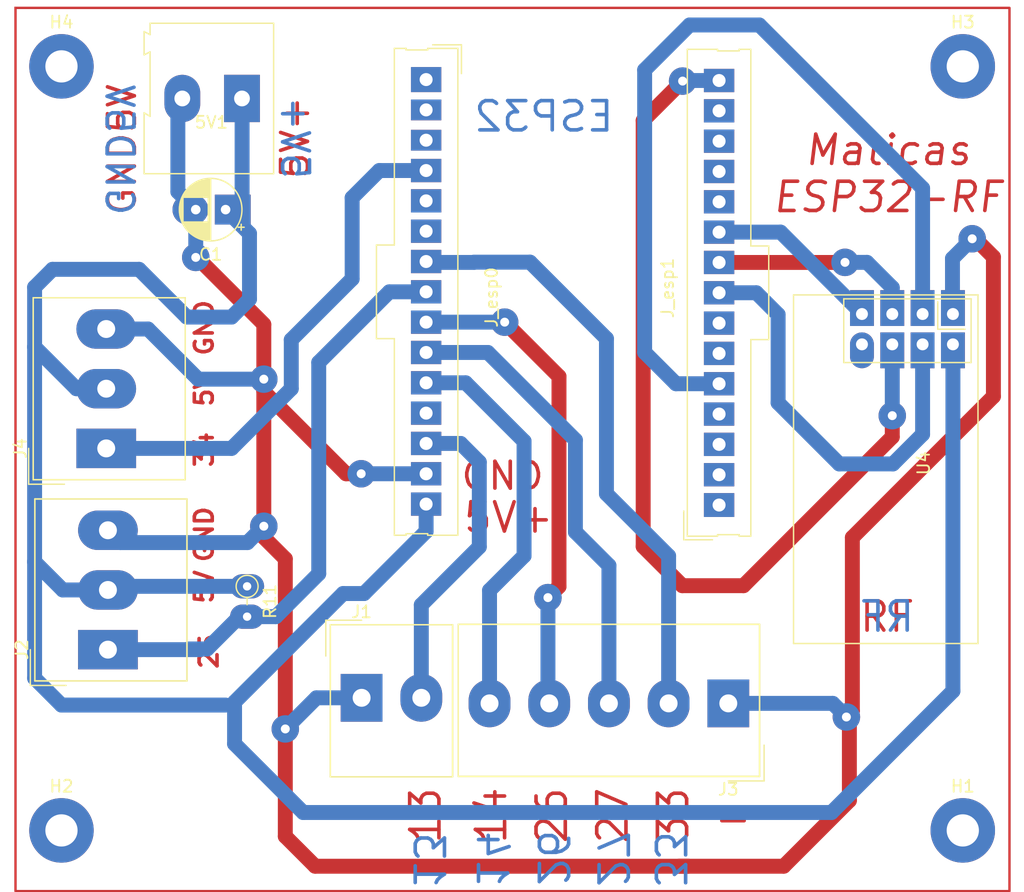
<source format=kicad_pcb>
(kicad_pcb (version 20211014) (generator pcbnew)
  (layers (0 "F.Cu" signal) (31 "B.Cu" signal) (34 "B.Paste" user) (35 "F.Paste" user) (36 "B.SilkS" user "B.Silkscreen") (37 "F.SilkS" user "F.Silkscreen") (38 "B.Mask" user) (39 "F.Mask" user) (44 "Edge.Cuts" user))
  (net 0 "")
  (net 1 "EN")
  (net 2 "VP")
  (net 3 "VN")
  (net 4 "D34")
  (net 5 "D35")
  (net 6 "D32")
  (net 7 "D33")
  (net 8 "D25")
  (net 9 "D26")
  (net 10 "D27")
  (net 11 "D14")
  (net 12 "D12")
  (net 13 "D13")
  (net 14 "3V3")
  (net 15 "GND2")
  (net 16 "D15")
  (net 17 "D2")
  (net 18 "D4")
  (net 19 "RX2")
  (net 20 "TX2")
  (net 21 "D5")
  (net 22 "D18")
  (net 23 "D19")
  (net 24 "D21")
  (net 25 "RX0")
  (net 26 "TX0")
  (net 27 "D22")
  (net 28 "D23")
  (net 29 "5v")
  (net 30 "GND5V")
  (footprint "TerminalBlock_Altech:Altech_AK300_1x03_P5.00mm_45-Degree" (layer "F.Cu") (at 123.5 103 90)
    (fp_text reference "J4" (at 0 -7.2 90) (layer "F.SilkS"))
    (fp_text value "Screw_Terminal_01x03")
    (fp_line (start -3 -3.5) (end -3 -6.5) (layer "F.SilkS") (width 0.12))
    (fp_line (start -2.62 -6.12) (end 12.62 -6.12) (layer "F.SilkS") (width 0.12))
    (fp_line (start 12.62 -6.12) (end 12.62 6.62) (layer "F.SilkS") (width 0.12))
    (fp_line (start -3 -6.5) (end 0 -6.5) (layer "F.SilkS") (width 0.12))
    (fp_line (start -2.62 -6.12) (end 12.62 -6.12) (layer "F.SilkS") (width 0.12))
    (fp_line (start -2.62 6.62) (end 12.62 6.62) (layer "F.SilkS") (width 0.12))
    (fp_line (start -2.62 -6.12) (end -2.62 6.62) (layer "F.SilkS") (width 0.12))
    (fp_line (start 12.62 -6.12) (end 12.62 6.62) (layer "F.SilkS") (width 0.12))
    (fp_line (start -2.62 -6.12) (end -2.62 6.62) (layer "F.SilkS") (width 0.12))
    (fp_line (start -2.62 6.62) (end 12.62 6.62) (layer "F.SilkS") (width 0.12))
    (pad "1" thru_hole rect (at 0 0 90) (size 3.3 5) (drill 1.5) (layers *.Cu *.Mask) (net 4 "D34"))
    (pad "2" thru_hole oval (at 5 0 90) (size 3.3 5) (drill 1.5) (layers *.Cu *.Mask) (net 29 "5v"))
    (pad "3" thru_hole oval (at 10 0 90) (size 3.3 5) (drill 1.5) (layers *.Cu *.Mask) (net 30 "GND5V"))
  )
  (footprint "TerminalBlock_Altech:Altech_AK300_1x03_P5.00mm_45-Degree" (layer "F.Cu") (at 123.6425 119.8575 90)
    (fp_text reference "J2" (at 0 -7.2 90) (layer "F.SilkS"))
    (fp_text value "Screw_Terminal_01x03")
    (fp_line (start -2.62 -6.12) (end 12.62 -6.12) (layer "F.SilkS") (width 0.12))
    (fp_line (start -3 -3.5) (end -3 -6.5) (layer "F.SilkS") (width 0.12))
    (fp_line (start -2.62 -6.12) (end -2.62 6.62) (layer "F.SilkS") (width 0.12))
    (fp_line (start 12.62 -6.12) (end 12.62 6.62) (layer "F.SilkS") (width 0.12))
    (fp_line (start 12.62 -6.12) (end 12.62 6.62) (layer "F.SilkS") (width 0.12))
    (fp_line (start -2.62 -6.12) (end 12.62 -6.12) (layer "F.SilkS") (width 0.12))
    (fp_line (start -2.62 6.62) (end 12.62 6.62) (layer "F.SilkS") (width 0.12))
    (fp_line (start -3 -6.5) (end 0 -6.5) (layer "F.SilkS") (width 0.12))
    (fp_line (start -2.62 6.62) (end 12.62 6.62) (layer "F.SilkS") (width 0.12))
    (fp_line (start -2.62 -6.12) (end -2.62 6.62) (layer "F.SilkS") (width 0.12))
    (pad "1" thru_hole rect (at 0 0 90) (size 3.3 5) (drill 1.5) (layers *.Cu *.Mask) (net 8 "D25"))
    (pad "2" thru_hole oval (at 5 0 90) (size 3.3 5) (drill 1.5) (layers *.Cu *.Mask) (net 29 "5v"))
    (pad "3" thru_hole oval (at 10 0 90) (size 3.3 5) (drill 1.5) (layers *.Cu *.Mask) (net 30 "GND5V"))
  )
  (footprint "TerminalBlock_Altech:Altech_AK300_1x05_P5.00mm_45-Degree" (layer "F.Cu") (at 175.6075 124.3575 180)
    (fp_text reference "J3" (at 0 -7.2) (layer "F.SilkS"))
    (fp_text value "Screw_Terminal_01x05")
    (fp_line (start -2.62 6.62) (end 22.62 6.62) (layer "F.SilkS") (width 0.12))
    (fp_line (start 22.62 -6.12) (end 22.62 6.62) (layer "F.SilkS") (width 0.12))
    (fp_line (start 22.62 -6.12) (end 22.62 6.62) (layer "F.SilkS") (width 0.12))
    (fp_line (start -2.62 -6.12) (end 22.62 -6.12) (layer "F.SilkS") (width 0.12))
    (fp_line (start -2.62 6.62) (end 22.62 6.62) (layer "F.SilkS") (width 0.12))
    (fp_line (start -2.62 -6.12) (end -2.62 6.62) (layer "F.SilkS") (width 0.12))
    (fp_line (start -3 -3.5) (end -3 -6.5) (layer "F.SilkS") (width 0.12))
    (fp_line (start -2.62 -6.12) (end -2.62 6.62) (layer "F.SilkS") (width 0.12))
    (fp_line (start -2.62 -6.12) (end 22.62 -6.12) (layer "F.SilkS") (width 0.12))
    (fp_line (start -3 -6.5) (end 0 -6.5) (layer "F.SilkS") (width 0.12))
    (pad "1" thru_hole rect (at 0 0 180) (size 3.5 4) (drill 1.5) (layers *.Cu *.Mask) (net 30 "GND5V"))
    (pad "2" thru_hole oval (at 5 0 180) (size 3.5 4) (drill 1.5) (layers *.Cu *.Mask) (net 7 "D33"))
    (pad "3" thru_hole oval (at 10 0 180) (size 3.5 4) (drill 1.5) (layers *.Cu *.Mask) (net 10 "D27"))
    (pad "4" thru_hole oval (at 15 0 180) (size 3.5 4) (drill 1.5) (layers *.Cu *.Mask) (net 9 "D26"))
    (pad "5" thru_hole oval (at 20 0 180) (size 3.5 4) (drill 1.5) (layers *.Cu *.Mask) (net 11 "D14"))
  )
  (footprint "MountingHole:MountingHole_2.7mm_M2.5_Pad" (layer "F.Cu") (at 119.75 135)
    (fp_text reference "H2" (at 0 -3.7) (layer "F.SilkS"))
    (fp_text value "MountingHole")
    (pad "1" thru_hole circle (at 0 0) (size 5.4 5.4) (drill 2.7) (layers *.Cu *.Mask))
  )
  (footprint "RF_Module:nRF24L01_Breakout" (layer "F.Cu") (at 194.423 91.744 -90)
    (fp_text reference "U4" (at 12.492 2.45 90) (layer "F.SilkS"))
    (fp_text value "NRF24L01_Breakout")
    (fp_line (start -1.27 -1.524) (end -1.27 -1.524) (layer "F.SilkS") (width 0.12))
    (fp_line (start -1.27 -1.524) (end 4.064 -1.524) (layer "F.SilkS") (width 0.12))
    (fp_line (start -1.6 -2.1) (end 27.6 -2.1) (layer "F.SilkS") (width 0.12))
    (fp_line (start 4.064 9.144) (end -1.27 9.144) (layer "F.SilkS") (width 0.12))
    (fp_line (start -1.016 1.27) (end -1.016 1.27) (layer "F.SilkS") (width 0.12))
    (fp_line (start -1.6 13.35) (end -1.6 -2.1) (layer "F.SilkS") (width 0.12))
    (fp_line (start -1.27 9.144) (end -1.27 9.144) (layer "F.SilkS") (width 0.12))
    (fp_line (start 1.27 -1.016) (end 1.27 1.27) (layer "F.SilkS") (width 0.12))
    (fp_line (start 1.27 1.27) (end -1.016 1.27) (layer "F.SilkS") (width 0.12))
    (fp_line (start 4.064 -1.524) (end 4.064 9.144) (layer "F.SilkS") (width 0.12))
    (fp_line (start -1.6 -2.1) (end -1.6 -2.1) (layer "F.SilkS") (width 0.12))
    (fp_line (start -1.27 9.144) (end -1.27 -1.524) (layer "F.SilkS") (width 0.12))
    (fp_line (start 27.6 -2.1) (end 27.6 13.35) (layer "F.SilkS") (width 0.12))
    (fp_line (start 27.6 13.35) (end -1.6 13.35) (layer "F.SilkS") (width 0.12))
    (pad "1" thru_hole rect (at 0 0 270) (size 3 2) (drill 1 (offset -0.5 0)) (layers *.Cu *.Mask) (net 30 "GND5V"))
    (pad "2" thru_hole rect (at 2.54 0 270) (size 3 2) (drill 1 (offset 0.5 0)) (layers *.Cu *.Mask) (net 29 "5v"))
    (pad "3" thru_hole rect (at 0 2.54 270) (size 3 2) (drill 1 (offset -0.5 0)) (layers *.Cu *.Mask) (net 18 "D4"))
    (pad "4" thru_hole rect (at 2.54 2.54 270) (size 3 2) (drill 1 (offset 0.5 0)) (layers *.Cu *.Mask) (net 21 "D5"))
    (pad "5" thru_hole rect (at 0 5.08 270) (size 3 2) (drill 1 (offset -0.5 0)) (layers *.Cu *.Mask) (net 22 "D18"))
    (pad "6" thru_hole rect (at 2.54 5.08 270) (size 3 2) (drill 1 (offset 0.5 0)) (layers *.Cu *.Mask) (net 28 "D23"))
    (pad "7" thru_hole rect (at 0 7.62 270) (size 3 2) (drill 1 (offset -0.5 0)) (layers *.Cu *.Mask) (net 23 "D19"))
    (pad "8" thru_hole oval (at 2.54 7.62 270) (size 3 2) (drill 1 (offset 0.5 0)) (layers *.Cu *.Mask))
  )
  (footprint "Capacitor_THT:CP_Radial_D5.0mm_P2.50mm" (layer "F.Cu") (at 133.499113 82.999113 180)
    (fp_text reference "C1" (at 1.25 -3.75) (layer "F.SilkS"))
    (fp_text value "C_Polarized")
    (fp_line (start 3.731 -0.805) (end 3.731 0.805) (layer "F.SilkS") (width 0.12))
    (fp_line (start 2.491 1.04) (end 2.491 2.268) (layer "F.SilkS") (width 0.12))
    (fp_line (start 2.891 1.04) (end 2.891 2.004) (layer "F.SilkS") (width 0.12))
    (fp_line (start 1.77 -2.528) (end 1.77 -1.04) (layer "F.SilkS") (width 0.12))
    (fp_line (start 1.81 -2.52) (end 1.81 -1.04) (layer "F.SilkS") (width 0.12))
    (fp_line (start 2.971 -1.937) (end 2.971 -1.04) (layer "F.SilkS") (width 0.12))
    (fp_line (start 2.531 1.04) (end 2.531 2.247) (layer "F.SilkS") (width 0.12))
    (fp_line (start 3.131 -1.785) (end 3.131 -1.04) (layer "F.SilkS") (width 0.12))
    (fp_line (start 3.531 -1.251) (end 3.531 -1.04) (layer "F.SilkS") (width 0.12))
    (fp_line (start 3.411 1.04) (end 3.411 1.443) (layer "F.SilkS") (width 0.12))
    (fp_line (start 1.53 1.04) (end 1.53 2.565) (layer "F.SilkS") (width 0.12))
    (fp_line (start 1.971 1.04) (end 1.971 2.48) (layer "F.SilkS") (width 0.12))
    (fp_line (start 1.65 -2.55) (end 1.65 -1.04) (layer "F.SilkS") (width 0.12))
    (fp_line (start 1.77 1.04) (end 1.77 2.528) (layer "F.SilkS") (width 0.12))
    (fp_line (start 2.131 -2.428) (end 2.131 -1.04) (layer "F.SilkS") (width 0.12))
    (fp_line (start 2.571 1.04) (end 2.571 2.224) (layer "F.SilkS") (width 0.12))
    (fp_line (start 2.171 1.04) (end 2.171 2.414) (layer "F.SilkS") (width 0.12))
    (fp_line (start 1.57 -2.561) (end 1.57 -1.04) (layer "F.SilkS") (width 0.12))
    (fp_line (start 3.371 -1.5) (end 3.371 -1.04) (layer "F.SilkS") (width 0.12))
    (fp_line (start 1.65 1.04) (end 1.65 2.55) (layer "F.SilkS") (width 0.12))
    (fp_line (start 1.73 -2.536) (end 1.73 -1.04) (layer "F.SilkS") (width 0.12))
    (fp_line (start 1.93 -2.491) (end 1.93 -1.04) (layer "F.SilkS") (width 0.12))
    (fp_line (start 2.211 1.04) (end 2.211 2.398) (layer "F.SilkS") (width 0.12))
    (fp_line (start 2.891 -2.004) (end 2.891 -1.04) (layer "F.SilkS") (width 0.12))
    (fp_line (start 3.011 1.04) (end 3.011 1.901) (layer "F.SilkS") (width 0.12))
    (fp_line (start 2.691 -2.149) (end 2.691 -1.04) (layer "F.SilkS") (width 0.12))
    (fp_line (start 2.731 -2.122) (end 2.731 -1.04) (layer "F.SilkS") (width 0.12))
    (fp_line (start 2.051 -2.455) (end 2.051 -1.04) (layer "F.SilkS") (width 0.12))
    (fp_line (start 1.25 -2.58) (end 1.25 2.58) (layer "F.SilkS") (width 0.12))
    (fp_line (start 1.37 -2.578) (end 1.37 2.578) (layer "F.SilkS") (width 0.12))
    (fp_line (start 1.41 -2.576) (end 1.41 2.576) (layer "F.SilkS") (width 0.12))
    (fp_line (start 2.171 -2.414) (end 2.171 -1.04) (layer "F.SilkS") (width 0.12))
    (fp_line (start 1.33 -2.579) (end 1.33 2.579) (layer "F.SilkS") (width 0.12))
    (fp_line (start 3.651 -1.011) (end 3.651 1.011) (layer "F.SilkS") (width 0.12))
    (fp_line (start 3.171 1.04) (end 3.171 1.743) (layer "F.SilkS") (width 0.12))
    (fp_line (start 2.811 -2.065) (end 2.811 -1.04) (layer "F.SilkS") (width 0.12))
    (fp_line (start 2.011 -2.468) (end 2.011 -1.04) (layer "F.SilkS") (width 0.12))
    (fp_line (start 2.491 -2.268) (end 2.491 -1.04) (layer "F.SilkS") (width 0.12))
    (fp_line (start 3.131 1.04) (end 3.131 1.785) (layer "F.SilkS") (width 0.12))
    (fp_line (start 3.331 1.04) (end 3.331 1.554) (layer "F.SilkS") (width 0.12))
    (fp_line (start 3.051 1.04) (end 3.051 1.864) (layer "F.SilkS") (width 0.12))
    (fp_line (start 2.611 1.04) (end 2.611 2.2) (layer "F.SilkS") (width 0.12))
    (fp_line (start 1.971 -2.48) (end 1.971 -1.04) (layer "F.SilkS") (width 0.12))
    (fp_line (start 1.57 1.04) (end 1.57 2.561) (layer "F.SilkS") (width 0.12))
    (fp_line (start 3.291 1.04) (end 3.291 1.605) (layer "F.SilkS") (width 0.12))
    (fp_line (start 3.211 1.04) (end 3.211 1.699) (layer "F.SilkS") (width 0.12))
    (fp_line (start -1.304775 -1.725) (end -1.304775 -1.225) (layer "F.SilkS") (width 0.12))
    (fp_line (start 1.85 -2.511) (end 1.85 -1.04) (layer "F.SilkS") (width 0.12))
    (fp_line (start 2.131 1.04) (end 2.131 2.428) (layer "F.SilkS") (width 0.12))
    (fp_line (start 2.771 1.04) (end 2.771 2.095) (layer "F.SilkS") (width 0.12))
    (fp_line (start 1.73 1.04) (end 1.73 2.536) (layer "F.SilkS") (width 0.12))
    (fp_line (start 1.61 -2.556) (end 1.61 -1.04) (layer "F.SilkS") (width 0.12))
    (fp_line (start 2.371 1.04) (end 2.371 2.329) (layer "F.SilkS") (width 0.12))
    (fp_line (start 3.371 1.04) (end 3.371 1.5) (layer "F.SilkS") (width 0.12))
    (fp_line (start 3.051 -1.864) (end 3.051 -1.04) (layer "F.SilkS") (width 0.12))
    (fp_line (start 2.251 -2.382) (end 2.251 -1.04) (layer "F.SilkS") (width 0.12))
    (fp_line (start 2.931 -1.971) (end 2.931 -1.04) (layer "F.SilkS") (width 0.12))
    (fp_line (start 3.331 -1.554) (end 3.331 -1.04) (layer "F.SilkS") (width 0.12))
    (fp_line (start 2.571 -2.224) (end 2.571 -1.04) (layer "F.SilkS") (width 0.12))
    (fp_line (start 3.691 -0.915) (end 3.691 0.915) (layer "F.SilkS") (width 0.12))
    (fp_line (start 3.571 -1.178) (end 3.571 1.178) (layer "F.SilkS") (width 0.12))
    (fp_line (start 3.091 -1.826) (end 3.091 -1.04) (layer "F.SilkS") (width 0.12))
    (fp_line (start 1.53 -2.565) (end 1.53 -1.04) (layer "F.SilkS") (width 0.12))
    (fp_line (start 3.171 -1.743) (end 3.171 -1.04) (layer "F.SilkS") (width 0.12))
    (fp_line (start 2.091 -2.442) (end 2.091 -1.04) (layer "F.SilkS") (width 0.12))
    (fp_line (start 2.411 -2.31) (end 2.411 -1.04) (layer "F.SilkS") (width 0.12))
    (fp_line (start 2.971 1.04) (end 2.971 1.937) (layer "F.SilkS") (width 0.12))
    (fp_line (start 2.931 1.04) (end 2.931 1.971) (layer "F.SilkS") (width 0.12))
    (fp_line (start 3.291 -1.605) (end 3.291 -1.04) (layer "F.SilkS") (width 0.12))
    (fp_line (start 1.49 -2.569) (end 1.49 -1.04) (layer "F.SilkS") (width 0.12))
    (fp_line (start 2.611 -2.2) (end 2.611 -1.04) (layer "F.SilkS") (width 0.12))
    (fp_line (start 3.611 -1.098) (end 3.611 1.098) (layer "F.SilkS") (width 0.12))
    (fp_line (start 3.771 -0.677) (end 3.771 0.677) (layer "F.SilkS") (width 0.12))
    (fp_line (start 1.29 -2.58) (end 1.29 2.58) (layer "F.SilkS") (width 0.12))
    (fp_line (start 2.651 1.04) (end 2.651 2.175) (layer "F.SilkS") (width 0.12))
    (fp_line (start 2.811 1.04) (end 2.811 2.065) (layer "F.SilkS") (width 0.12))
    (fp_line (start 2.291 1.04) (end 2.291 2.365) (layer "F.SilkS") (width 0.12))
    (fp_line (start 3.211 -1.699) (end 3.211 -1.04) (layer "F.SilkS") (width 0.12))
    (fp_line (start 1.69 -2.543) (end 1.69 -1.04) (layer "F.SilkS") (width 0.12))
    (fp_line (start 2.371 -2.329) (end 2.371 -1.04) (layer "F.SilkS") (width 0.12))
    (fp_line (start 3.491 1.04) (end 3.491 1.319) (layer "F.SilkS") (width 0.12))
    (fp_line (start 1.81 1.04) (end 1.81 2.52) (layer "F.SilkS") (width 0.12))
    (fp_line (start 1.61 1.04) (end 1.61 2.556) (layer "F.SilkS") (width 0.12))
    (fp_line (start 3.251 1.04) (end 3.251 1.653) (layer "F.SilkS") (width 0.12))
    (fp_line (start 2.451 1.04) (end 2.451 2.29) (layer "F.SilkS") (width 0.12))
    (fp_line (start 2.331 1.04) (end 2.331 2.348) (layer "F.SilkS") (width 0.12))
    (fp_line (start 2.691 1.04) (end 2.691 2.149) (layer "F.SilkS") (width 0.12))
    (fp_line (start 1.49 1.04) (end 1.49 2.569) (layer "F.SilkS") (width 0.12))
    (fp_line (start 2.331 -2.348) (end 2.331 -1.04) (layer "F.SilkS") (width 0.12))
    (fp_line (start 2.051 1.04) (end 2.051 2.455) (layer "F.SilkS") (width 0.12))
    (fp_line (start 3.451 -1.383) (end 3.451 -1.04) (layer "F.SilkS") (width 0.12))
    (fp_line (start 2.091 1.04) (end 2.091 2.442) (layer "F.SilkS") (width 0.12))
    (fp_line (start 1.89 1.04) (end 1.89 2.501) (layer "F.SilkS") (width 0.12))
    (fp_line (start 2.771 -2.095) (end 2.771 -1.04) (layer "F.SilkS") (width 0.12))
    (fp_line (start 2.651 -2.175) (end 2.651 -1.04) (layer "F.SilkS") (width 0.12))
    (fp_line (start 3.011 -1.901) (end 3.011 -1.04) (layer "F.SilkS") (width 0.12))
    (fp_line (start 2.291 -2.365) (end 2.291 -1.04) (layer "F.SilkS") (width 0.12))
    (fp_line (start 2.411 1.04) (end 2.411 2.31) (layer "F.SilkS") (width 0.12))
    (fp_line (start 2.851 -2.035) (end 2.851 -1.04) (layer "F.SilkS") (width 0.12))
    (fp_line (start 1.85 1.04) (end 1.85 2.511) (layer "F.SilkS") (width 0.12))
    (fp_line (start 3.451 1.04) (end 3.451 1.383) (layer "F.SilkS") (width 0.12))
    (fp_line (start 1.45 -2.573) (end 1.45 2.573) (layer "F.SilkS") (width 0.12))
    (fp_line (start 2.251 1.04) (end 2.251 2.382) (layer "F.SilkS") (width 0.12))
    (fp_line (start 1.89 -2.501) (end 1.89 -1.04) (layer "F.SilkS") (width 0.12))
    (fp_line (start 3.811 -0.518) (end 3.811 0.518) (layer "F.SilkS") (width 0.12))
    (fp_line (start 2.211 -2.398) (end 2.211 -1.04) (layer "F.SilkS") (width 0.12))
    (fp_line (start 1.69 1.04) (end 1.69 2.543) (layer "F.SilkS") (width 0.12))
    (fp_line (start 3.491 -1.319) (end 3.491 -1.04) (layer "F.SilkS") (width 0.12))
    (fp_line (start 3.411 -1.443) (end 3.411 -1.04) (layer "F.SilkS") (width 0.12))
    (fp_line (start 2.531 -2.247) (end 2.531 -1.04) (layer "F.SilkS") (width 0.12))
    (fp_line (start 2.731 1.04) (end 2.731 2.122) (layer "F.SilkS") (width 0.12))
    (fp_line (start 3.251 -1.653) (end 3.251 -1.04) (layer "F.SilkS") (width 0.12))
    (fp_line (start 1.93 1.04) (end 1.93 2.491) (layer "F.SilkS") (width 0.12))
    (fp_line (start 2.851 1.04) (end 2.851 2.035) (layer "F.SilkS") (width 0.12))
    (fp_line (start 3.091 1.04) (end 3.091 1.826) (layer "F.SilkS") (width 0.12))
    (fp_line (start 2.451 -2.29) (end 2.451 -1.04) (layer "F.SilkS") (width 0.12))
    (fp_line (start -1.554775 -1.475) (end -1.054775 -1.475) (layer "F.SilkS") (width 0.12))
    (fp_line (start 2.011 1.04) (end 2.011 2.468) (layer "F.SilkS") (width 0.12))
    (fp_line (start 3.851 -0.284) (end 3.851 0.284) (layer "F.SilkS") (width 0.12))
    (fp_line (start 3.531 1.04) (end 3.531 1.251) (layer "F.SilkS") (width 0.12))
    (fp_circle (center 1.25 0) (end 3.87 0) (layer "F.SilkS") (width 0.12) (fill none))
    (pad "1" thru_hole rect (at 0 0 180) (size 3 2.5) (drill 0.8 (offset -0.6 0)) (layers *.Cu *.Mask) (net 29 "5v"))
    (pad "2" thru_hole oval locked (at 2.5 0 180) (size 3 2.5) (drill 0.8 (offset 0.45 0)) (layers *.Cu *.Mask) (net 30 "GND5V"))
  )
  (footprint "MountingHole:MountingHole_2.7mm_M2.5_Pad" (layer "F.Cu") (at 195.25 71)
    (fp_text reference "H3" (at 0 -3.7) (layer "F.SilkS"))
    (fp_text value "MountingHole")
    (pad "1" thru_hole circle (at 0 0) (size 5.4 5.4) (drill 2.7) (layers *.Cu *.Mask))
  )
  (footprint "esp32:Connector_Molex_Molex_SL_171971-0015_1x15_P2.54mm_Vertical_squares" (layer "F.Cu") (at 158.445 90.345 -90)
    (fp_text reference "J_esp0" (at 0 2.6675 90 unlocked) (layer "F.SilkS"))
    (fp_text value "Conn_01x15_Female")
    (fp_line (start 19.93 10.81) (end 19.93 9.83) (layer "F.SilkS") (width 0.12))
    (fp_line (start 19.93 9.83) (end 19.8 9.83) (layer "F.SilkS") (width 0.12))
    (fp_line (start -21.15 5.19) (end -18.74 5.19) (layer "F.SilkS") (width 0.12))
    (fp_line (start -21.15 7.6) (end -21.15 5.19) (layer "F.SilkS") (width 0.12))
    (fp_line (start 3.46 10.81) (end 19.93 10.81) (layer "F.SilkS") (width 0.12))
    (fp_line (start -20.85 10.81) (end -4.38 10.81) (layer "F.SilkS") (width 0.12))
    (fp_line (start 3.46 12.31) (end 3.46 10.81) (layer "F.SilkS") (width 0.12))
    (fp_line (start 19.93 5.49) (end -20.85 5.49) (layer "F.SilkS") (width 0.12))
    (fp_line (start 19.8 9.83) (end 19.8 8.02) (layer "F.SilkS") (width 0.12))
    (fp_line (start -20.85 9.83) (end -20.85 10.81) (layer "F.SilkS") (width 0.12))
    (fp_line (start -20.85 8.02) (end -20.72 8.02) (layer "F.SilkS") (width 0.12))
    (fp_line (start -4.38 12.31) (end 3.46 12.31) (layer "F.SilkS") (width 0.12))
    (fp_line (start -20.72 8.02) (end -20.72 9.83) (layer "F.SilkS") (width 0.12))
    (fp_line (start -20.85 5.49) (end -20.85 8.02) (layer "F.SilkS") (width 0.12))
    (fp_line (start 19.93 8.02) (end 19.93 5.49) (layer "F.SilkS") (width 0.12))
    (fp_line (start -20.72 9.83) (end -20.85 9.83) (layer "F.SilkS") (width 0.12))
    (fp_line (start -4.38 10.81) (end -4.38 12.31) (layer "F.SilkS") (width 0.12))
    (fp_line (start 19.8 8.02) (end 19.93 8.02) (layer "F.SilkS") (width 0.12))
    (pad "1" thru_hole rect (at -18.24 8.15 270) (size 2.1 2.54) (drill 1.09) (layers *.Cu *.Mask) (net 1 "EN"))
    (pad "2" thru_hole rect (at -15.7 8.15 270) (size 1.74 2.54) (drill 1.09) (layers *.Cu *.Mask) (net 2 "VP"))
    (pad "3" thru_hole rect (at -13.16 8.15 270) (size 1.74 2.54) (drill 1.09) (layers *.Cu *.Mask) (net 3 "VN"))
    (pad "4" thru_hole rect (at -10.62 8.15 270) (size 1.95 2.54) (drill 1.09) (layers *.Cu *.Mask) (net 4 "D34"))
    (pad "5" thru_hole rect (at -8.08 8.15 270) (size 1.95 2.54) (drill 1.09) (layers *.Cu *.Mask) (net 5 "D35"))
    (pad "6" thru_hole rect (at -5.54 8.15 270) (size 1.95 2.54) (drill 1.09) (layers *.Cu *.Mask) (net 6 "D32"))
    (pad "7" thru_hole rect (at -3 8.15 270) (size 1.95 2.54) (drill 1.09) (layers *.Cu *.Mask) (net 7 "D33"))
    (pad "8" thru_hole rect (at -0.46 8.15 270) (size 1.95 2.54) (drill 1.09) (layers *.Cu *.Mask) (net 8 "D25"))
    (pad "9" thru_hole rect (at 2.08 8.15 270) (size 1.95 2.54) (drill 1.09) (layers *.Cu *.Mask) (net 9 "D26"))
    (pad "10" thru_hole rect (at 4.62 8.15 270) (size 1.95 2.54) (drill 1.09) (layers *.Cu *.Mask) (net 10 "D27"))
    (pad "11" thru_hole rect (at 7.16 8.15 270) (size 1.95 2.54) (drill 1.09) (layers *.Cu *.Mask) (net 11 "D14"))
    (pad "12" thru_hole rect (at 9.7 8.15 270) (size 1.95 2.54) (drill 1.09) (layers *.Cu *.Mask) (net 12 "D12"))
    (pad "13" thru_hole rect (at 12.24 8.15 270) (size 1.95 2.54) (drill 1.09) (layers *.Cu *.Mask) (net 13 "D13"))
    (pad "14" thru_hole rect (at 14.78 8.15 270) (size 1.95 2.54) (drill 1.09) (layers *.Cu *.Mask) (net 30 "GND5V"))
    (pad "15" thru_hole rect (at 17.32 8.15 270) (size 1.95 2.54) (drill 1.09) (layers *.Cu *.Mask) (net 29 "5v"))
  )
  (footprint "TerminalBlock:TerminalBlock_Altech_AK300-2_P5.00mm" (layer "F.Cu") (at 134.8718 73.688063 180)
    (fp_text reference "5V1" (at 2.565 -2) (layer "F.SilkS"))
    (fp_text value "Screw_Terminal_01x02")
    (fp_line (start 7.7 5.35) (end 8.2 5.6) (layer "F.SilkS") (width 0.12))
    (fp_line (start -2.65 -6.3) (end -2.65 6.3) (layer "F.SilkS") (width 0.12))
    (fp_line (start 8.2 3.7) (end 8.2 3.65) (layer "F.SilkS") (width 0.12))
    (fp_line (start 8.2 3.65) (end 7.7 3.9) (layer "F.SilkS") (width 0.12))
    (fp_line (start 8.2 5.6) (end 8.2 3.7) (layer "F.SilkS") (width 0.12))
    (fp_line (start 7.7 3.9) (end 7.7 -1.5) (layer "F.SilkS") (width 0.12))
    (fp_line (start 7.7 -1.5) (end 8.2 -1.2) (layer "F.SilkS") (width 0.12))
    (fp_line (start 8.2 -6.3) (end -2.65 -6.3) (layer "F.SilkS") (width 0.12))
    (fp_line (start 8.2 -1.2) (end 8.2 -6.3) (layer "F.SilkS") (width 0.12))
    (fp_line (start -2.65 6.3) (end 7.7 6.3) (layer "F.SilkS") (width 0.12))
    (fp_line (start 7.7 6.3) (end 7.7 5.35) (layer "F.SilkS") (width 0.12))
    (pad "1" thru_hole rect (at 0 0 180) (size 3 3.96) (drill 1.32) (layers *.Cu *.Mask) (net 29 "5v"))
    (pad "2" thru_hole oval (at 5 0 180) (size 3 3.96) (drill 1.32) (layers *.Cu *.Mask) (net 30 "GND5V"))
  )
  (footprint "MountingHole:MountingHole_2.7mm_M2.5_Pad" (layer "F.Cu") (at 119.75 71)
    (fp_text reference "H4" (at 0 -3.7) (layer "F.SilkS"))
    (fp_text value "MountingHole")
    (pad "1" thru_hole circle (at 0 0) (size 5.4 5.4) (drill 2.7) (layers *.Cu *.Mask))
  )
  (footprint "MountingHole:MountingHole_2.7mm_M2.5_Pad" (layer "F.Cu") (at 195.25 135)
    (fp_text reference "H1" (at 0 -3.7) (layer "F.SilkS"))
    (fp_text value "MountingHole")
    (pad "1" thru_hole circle (at 0 0) (size 5.4 5.4) (drill 2.7) (layers *.Cu *.Mask))
  )
  (footprint "TerminalBlock_Altech:Altech_AK300_1x02_P5.00mm_45-Degree" (layer "F.Cu") (at 144.8925 123.8925)
    (fp_text reference "J1" (at 0 -7.2) (layer "F.SilkS"))
    (fp_text value "Screw_Terminal_01x02")
    (fp_line (start -3 -3.5) (end -3 -6.5) (layer "F.SilkS") (width 0.12))
    (fp_line (start 7.62 -6.12) (end 7.62 6.62) (layer "F.SilkS") (width 0.12))
    (fp_line (start 7.62 -6.12) (end 7.62 6.62) (layer "F.SilkS") (width 0.12))
    (fp_line (start -2.62 6.62) (end 7.62 6.62) (layer "F.SilkS") (width 0.12))
    (fp_line (start -2.62 -6.12) (end 7.62 -6.12) (layer "F.SilkS") (width 0.12))
    (fp_line (start -2.62 -6.12) (end 7.62 -6.12) (layer "F.SilkS") (width 0.12))
    (fp_line (start -2.62 -6.12) (end -2.62 6.62) (layer "F.SilkS") (width 0.12))
    (fp_line (start -2.62 -6.12) (end -2.62 6.62) (layer "F.SilkS") (width 0.12))
    (fp_line (start -3 -6.5) (end 0 -6.5) (layer "F.SilkS") (width 0.12))
    (fp_line (start -2.62 6.62) (end 7.62 6.62) (layer "F.SilkS") (width 0.12))
    (pad "1" thru_hole rect (at 0 0) (size 3.5 4) (drill 1.5) (layers *.Cu *.Mask) (net 30 "GND5V"))
    (pad "2" thru_hole oval (at 5 0) (size 3.5 4) (drill 1.5) (layers *.Cu *.Mask) (net 13 "D13"))
  )
  (footprint "Resistor_THT:R_Axial_DIN0204_L3.6mm_D1.6mm_P2.54mm_Vertical" (layer "F.Cu") (at 135.3 114.55475 -90)
    (fp_text reference "R11" (at 1.27 -1.92 90) (layer "F.SilkS"))
    (fp_text value "4.7k")
    (fp_line (start 0.92 0) (end 1.54 0) (layer "F.SilkS") (width 0.12))
    (fp_circle (center 0 0) (end 0.92 0) (layer "F.SilkS") (width 0.12) (fill none))
    (pad "1" thru_hole oval (at 0 0 270) (size 2.025 2.85) (drill 0.7) (layers *.Cu *.Mask) (net 29 "5v"))
    (pad "2" thru_hole oval (at 2.54 0 270) (size 2.025 2.85) (drill 0.7) (layers *.Cu *.Mask) (net 8 "D25"))
  )
  (footprint "esp32:Connector_Molex_Molex_SL_171971-0015_1x15_P2.54mm_Vertical_squares" (layer "F.Cu") (at 166.6855 89.504 90)
    (fp_text reference "J_esp1" (at -0.06 3.8375 90 unlocked) (layer "F.SilkS"))
    (fp_text value "Conn_01x15_Female")
    (fp_line (start -21.15 7.6) (end -21.15 5.19) (layer "F.SilkS") (width 0.12))
    (fp_line (start -20.72 8.02) (end -20.72 9.83) (layer "F.SilkS") (width 0.12))
    (fp_line (start 19.93 5.49) (end -20.85 5.49) (layer "F.SilkS") (width 0.12))
    (fp_line (start -20.85 9.83) (end -20.85 10.81) (layer "F.SilkS") (width 0.12))
    (fp_line (start -4.38 10.81) (end -4.38 12.31) (layer "F.SilkS") (width 0.12))
    (fp_line (start -20.85 8.02) (end -20.72 8.02) (layer "F.SilkS") (width 0.12))
    (fp_line (start 3.46 12.31) (end 3.46 10.81) (layer "F.SilkS") (width 0.12))
    (fp_line (start -20.72 9.83) (end -20.85 9.83) (layer "F.SilkS") (width 0.12))
    (fp_line (start 19.93 8.02) (end 19.93 5.49) (layer "F.SilkS") (width 0.12))
    (fp_line (start -20.85 10.81) (end -4.38 10.81) (layer "F.SilkS") (width 0.12))
    (fp_line (start 19.93 9.83) (end 19.8 9.83) (layer "F.SilkS") (width 0.12))
    (fp_line (start 3.46 10.81) (end 19.93 10.81) (layer "F.SilkS") (width 0.12))
    (fp_line (start -21.15 5.19) (end -18.74 5.19) (layer "F.SilkS") (width 0.12))
    (fp_line (start 19.93 10.81) (end 19.93 9.83) (layer "F.SilkS") (width 0.12))
    (fp_line (start 19.8 9.83) (end 19.8 8.02) (layer "F.SilkS") (width 0.12))
    (fp_line (start -4.38 12.31) (end 3.46 12.31) (layer "F.SilkS") (width 0.12))
    (fp_line (start 19.8 8.02) (end 19.93 8.02) (layer "F.SilkS") (width 0.12))
    (fp_line (start -20.85 5.49) (end -20.85 8.02) (layer "F.SilkS") (width 0.12))
    (pad "1" thru_hole rect (at -18.24 8.15 90) (size 2 2.54) (drill 1.09) (layers *.Cu *.Mask) (net 14 "3V3"))
    (pad "2" thru_hole rect (at -15.7 8.15 90) (size 1.95 2.54) (drill 1.09) (layers *.Cu *.Mask) (net 15 "GND2"))
    (pad "3" thru_hole rect (at -13.16 8.15 90) (size 1.95 2.54) (drill 1.09) (layers *.Cu *.Mask) (net 16 "D15"))
    (pad "4" thru_hole rect (at -10.62 8.15 90) (size 1.95 2.54) (drill 1.09) (layers *.Cu *.Mask) (net 17 "D2"))
    (pad "5" thru_hole rect (at -8.08 8.15 90) (size 1.95 2.54) (drill 1.09) (layers *.Cu *.Mask) (net 18 "D4"))
    (pad "6" thru_hole rect (at -5.54 8.15 90) (size 1.95 2.54) (drill 1.09) (layers *.Cu *.Mask) (net 19 "RX2"))
    (pad "7" thru_hole rect (at -3 8.15 90) (size 1.95 2.54) (drill 1.09) (layers *.Cu *.Mask) (net 20 "TX2"))
    (pad "8" thru_hole rect (at -0.46 8.15 90) (size 1.95 2.54) (drill 1.09) (layers *.Cu *.Mask) (net 21 "D5"))
    (pad "9" thru_hole rect (at 2.08 8.15 90) (size 1.95 2.54) (drill 1.09) (layers *.Cu *.Mask) (net 22 "D18"))
    (pad "10" thru_hole rect (at 4.62 8.15 90) (size 1.95 2.54) (drill 1.09) (layers *.Cu *.Mask) (net 23 "D19"))
    (pad "11" thru_hole rect (at 7.16 8.15 90) (size 1.95 2.54) (drill 1.09) (layers *.Cu *.Mask) (net 24 "D21"))
    (pad "12" thru_hole rect (at 9.7 8.15 90) (size 1.95 2.54) (drill 1.09) (layers *.Cu *.Mask) (net 25 "RX0"))
    (pad "13" thru_hole rect (at 12.24 8.15 90) (size 1.95 2.54) (drill 1.09) (layers *.Cu *.Mask) (net 26 "TX0"))
    (pad "14" thru_hole rect (at 14.78 8.15 90) (size 1.95 2.54) (drill 1.09) (layers *.Cu *.Mask) (net 27 "D22"))
    (pad "15" thru_hole rect (at 17.32 8.15 90) (size 1.95 2.54) (drill 1.09) (layers *.Cu *.Mask) (net 28 "D23"))
  )
  (gr_rect (start 199.16 66.1) (end 115.9 140.085) (layer "F.Cu") (width 0.2) (fill none))
  (gr_text "13" (at 150.25 133.75 90) (layer "F.Cu") (effects (font (size 2.45 2.45) (thickness 0.3))))
  (gr_text "5V" (at 131.7 98.1 -270) (layer "F.Cu") (effects (font (size 1.5 1.5) (thickness 0.3))))
  (gr_text "14" (at 155.75 133.75 90) (layer "F.Cu") (effects (font (size 2.45 2.45) (thickness 0.3))))
  (gr_text "GND" (at 131.7 110.2 -270) (layer "F.Cu") (effects (font (size 1.5 1.5) (thickness 0.3))))
  (gr_text "GND5V" (at 124.828 77.962863 90) (layer "F.Cu") (effects (font (size 2.25 2.25) (thickness 0.3))))
  (gr_text "GND" (at 131.7 92.9 -270) (layer "F.Cu") (effects (font (size 1.5 1.5) (thickness 0.3))))
  (gr_text "26" (at 160.833333 133.75 90) (layer "F.Cu") (effects (font (size 2.45 2.45) (thickness 0.3))))
  (gr_text "34" (at 131.7 103.1 -270) (layer "F.Cu") (effects (font (size 1.5 1.5) (thickness 0.3))))
  (gr_text "25" (at 132.1 120 -270) (layer "F.Cu") (effects (font (size 1.5 1.5) (thickness 0.3))))
  (gr_text "33" (at 171 133.75 90) (layer "F.Cu") (effects (font (size 2.45 2.45) (thickness 0.3))))
  (gr_text "-" (at 176 134) (layer "F.Cu") (effects (font (size 2.45 2.45) (thickness 0.3))))
  (gr_text "27" (at 165.916666 133.75 90) (layer "F.Cu") (effects (font (size 2.45 2.45) (thickness 0.3))))
  (gr_text "5V+" (at 139.328 76.962863 90) (layer "F.Cu") (effects (font (size 2.25 2.25) (thickness 0.3))))
  (gr_text "-" (at 144.75 133.5) (layer "F.Cu") (effects (font (size 2.45 2.45) (thickness 0.3))))
  (gr_text "GND" (at 156.7 105.3) (layer "F.Cu") (effects (font (size 2.25 2.25) (thickness 0.3))))
  (gr_text "5V+\n" (at 157.2 108.8) (layer "F.Cu") (effects (font (size 2.45 2.45) (thickness 0.3))))
  (gr_text "RF" (at 188.925 117.1) (layer "F.Cu") (effects (font (size 2.45 2.45) (thickness 0.3))))
  (gr_text "5V" (at 131.7 114.6 -270) (layer "F.Cu") (effects (font (size 1.5 1.5) (thickness 0.3))))
  (gr_text "Maticas\nESP32-RF" (at 189 79.979) (layer "F.Cu") (effects (font (size 2.45 2.45) (thickness 0.3) italic)))
  (gr_text "ESP32" (at 160.1604 75.2) (layer "B.Cu") (effects (font (size 2.45 2.45) (thickness 0.3)) (justify mirror)))
  (gr_text "26" (at 160.9 137.3 -90) (layer "B.Cu") (effects (font (size 2.45 2.45) (thickness 0.3)) (justify mirror)))
  (gr_text "RF" (at 188.9 117.1) (layer "B.Cu") (effects (font (size 2.45 2.45) (thickness 0.3)) (justify mirror)))
  (gr_text "27" (at 165.9 137.4 -90) (layer "B.Cu") (effects (font (size 2.45 2.45) (thickness 0.3)) (justify mirror)))
  (gr_text "33" (at 170.7 137.4 -90) (layer "B.Cu") (effects (font (size 2.45 2.45) (thickness 0.3)) (justify mirror)))
  (gr_text "13" (at 150.5 137.5 -90) (layer "B.Cu") (effects (font (size 2.45 2.45) (thickness 0.3)) (justify mirror)))
  (gr_text "GND5V" (at 124.6 78 -90) (layer "B.Cu") (effects (font (size 2.25 2.25) (thickness 0.3)) (justify mirror)))
  (gr_text "14" (at 155.8 137.4 -90) (layer "B.Cu") (effects (font (size 2.45 2.45) (thickness 0.3)) (justify mirror)))
  (gr_text "5V+" (at 139.3 77 -90) (layer "B.Cu") (effects (font (size 2.25 2.25) (thickness 0.3)) (justify mirror)))
  (segment (start 150.295 79.725) (end 146.375 79.725) (width 1.25) (layer "B.Cu") (net 4))
  (segment (start 134 103) (end 123.5 103) (width 1.25) (layer "B.Cu") (net 4))
  (segment (start 144.1 82) (end 144.1 88.8) (width 1.25) (layer "B.Cu") (net 4))
  (segment (start 144.1 88.8) (end 139 93.9) (width 1.25) (layer "B.Cu") (net 4))
  (segment (start 139 93.9) (end 139 98) (width 1.25) (layer "B.Cu") (net 4))
  (segment (start 146.375 79.725) (end 144.1 82) (width 1.25) (layer "B.Cu") (net 4))
  (segment (start 139 98) (end 134 103) (width 1.25) (layer "B.Cu") (net 4))
  (segment (start 154.3048 87.4212) (end 150.3712 87.4212) (width 1.25) (layer "B.Cu") (net 7))
  (segment (start 165.4 106.8) (end 165.4 93.8) (width 1.25) (layer "B.Cu") (net 7))
  (segment (start 165.4 93.8) (end 159 87.4) (width 1.25) (layer "B.Cu") (net 7))
  (segment (start 159 87.4) (end 154.3 87.4) (width 1.25) (layer "B.Cu") (net 7))
  (segment (start 170.6075 112.0075) (end 165.4 106.8) (width 1.25) (layer "B.Cu") (net 7))
  (segment (start 150.3712 87.4212) (end 150.295 87.345) (width 1.25) (layer "B.Cu") (net 7))
  (segment (start 170.6075 112.0075) (end 170.6075 124.3575) (width 1.25) (layer "B.Cu") (net 7))
  (segment (start 135.3 117.09475) (end 134.65525 117.09475) (width 1.25) (layer "B.Cu") (net 8))
  (segment (start 134.65525 117.09475) (end 131.95 119.8) (width 1.25) (layer "B.Cu") (net 8))
  (segment (start 147.215 89.885) (end 150.295 89.885) (width 1.25) (layer "B.Cu") (net 8))
  (segment (start 137.70525 117.09475) (end 141.3 113.5) (width 1.25) (layer "B.Cu") (net 8))
  (segment (start 131.3925 119.8575) (end 123.6425 119.8575) (width 1.25) (layer "B.Cu") (net 8))
  (segment (start 141.3 113.5) (end 141.3 95.8) (width 1.25) (layer "B.Cu") (net 8))
  (segment (start 135.3 117.09475) (end 137.70525 117.09475) (width 1.25) (layer "B.Cu") (net 8))
  (segment (start 131.95 119.8) (end 130.4 119.8) (width 1.25) (layer "B.Cu") (net 8))
  (segment (start 141.3 95.8) (end 147.215 89.885) (width 1.25) (layer "B.Cu") (net 8))
  (segment (start 161.425 96.975) (end 156.875 92.425) (width 1.25) (layer "F.Cu") (net 9))
  (segment (start 160.5 115.5) (end 160.5 115.25) (width 1.25) (layer "F.Cu") (net 9))
  (segment (start 161.425 114.575) (end 161.425 96.975) (width 1.25) (layer "F.Cu") (net 9))
  (segment (start 160.5 115.5) (end 161.425 114.575) (width 1.25) (layer "F.Cu") (net 9))
  (via (at 156.875 92.425) (size 2.3) (drill 0.75) (layers "F.Cu" "B.Cu") (net 9))
  (via (at 160.5 115.5) (size 2.3) (drill 0.75) (layers "F.Cu" "B.Cu") (net 9))
  (segment (start 160.5 115.5) (end 160.5 124.25) (width 1.25) (layer "B.Cu") (net 9))
  (segment (start 156.875 92.425) (end 150.295 92.425) (width 1.25) (layer "B.Cu") (net 9))
  (segment (start 160.5 124.25) (end 160.6075 124.3575) (width 1.25) (layer "B.Cu") (net 9))
  (segment (start 162.8 102.3) (end 155.465 94.965) (width 1.25) (layer "B.Cu") (net 10))
  (segment (start 165.6075 112.8075) (end 162.8 110) (width 1.25) (layer "B.Cu") (net 10))
  (segment (start 162.8 110) (end 162.8 102.3) (width 1.25) (layer "B.Cu") (net 10))
  (segment (start 165.6075 112.8075) (end 165.6075 124.3575) (width 1.25) (layer "B.Cu") (net 10))
  (segment (start 155.465 94.965) (end 150.295 94.965) (width 1.25) (layer "B.Cu") (net 10))
  (segment (start 158.5 102.4) (end 158.5 112) (width 1.25) (layer "B.Cu") (net 11))
  (segment (start 150.295 97.505) (end 153.605 97.505) (width 1.25) (layer "B.Cu") (net 11))
  (segment (start 155.6075 114.8925) (end 155.6075 124.3575) (width 1.25) (layer "B.Cu") (net 11))
  (segment (start 158.5 112) (end 155.6075 114.8925) (width 1.25) (layer "B.Cu") (net 11))
  (segment (start 153.605 97.505) (end 158.5 102.4) (width 1.25) (layer "B.Cu") (net 11))
  (segment (start 154.75 111.25) (end 154.75 104.15) (width 1.25) (layer "B.Cu") (net 13))
  (segment (start 154.75 104.15) (end 153.185 102.585) (width 1.25) (layer "B.Cu") (net 13))
  (segment (start 149.8925 116.1075) (end 149.8925 123.8925) (width 1.25) (layer "B.Cu") (net 13))
  (segment (start 149.8925 116.1075) (end 154.75 111.25) (width 1.25) (layer "B.Cu") (net 13))
  (segment (start 153.185 102.585) (end 150.295 102.585) (width 1.25) (layer "B.Cu") (net 13))
  (segment (start 191.883 81.2098) (end 191.883 91.744) (width 1.25) (layer "B.Cu") (net 18))
  (segment (start 168.6 94.96) (end 168.6 71.3) (width 1.25) (layer "B.Cu") (net 18))
  (segment (start 174.8355 97.584) (end 171.224 97.584) (width 1.25) (layer "B.Cu") (net 18))
  (segment (start 178.2062 67.533) (end 191.883 81.2098) (width 1.25) (layer "B.Cu") (net 18))
  (segment (start 171.224 97.584) (end 168.6 94.96) (width 1.25) (layer "B.Cu") (net 18))
  (segment (start 168.6 71.3) (end 172.367 67.533) (width 1.25) (layer "B.Cu") (net 18))
  (segment (start 172.367 67.533) (end 178.2062 67.533) (width 1.25) (layer "B.Cu") (net 18))
  (segment (start 177.955 89.964) (end 174.8355 89.964) (width 1.25) (layer "B.Cu") (net 21))
  (segment (start 189.4 104.3) (end 184.9 104.3) (width 1.25) (layer "B.Cu") (net 21))
  (segment (start 191.883 101.817) (end 189.4 104.3) (width 1.25) (layer "B.Cu") (net 21))
  (segment (start 184.9 104.3) (end 179.781 99.181) (width 1.25) (layer "B.Cu") (net 21))
  (segment (start 179.781 99.181) (end 179.781 91.79) (width 1.25) (layer "B.Cu") (net 21))
  (segment (start 179.781 91.79) (end 177.955 89.964) (width 1.25) (layer "B.Cu") (net 21))
  (segment (start 191.883 94.284) (end 191.883 101.817) (width 1.25) (layer "B.Cu") (net 21))
  (segment (start 185.383038 87.416962) (end 185.376 87.424) (width 1.25) (layer "F.Cu") (net 22))
  (segment (start 185.376 87.424) (end 174.8355 87.424) (width 1.25) (layer "F.Cu") (net 22))
  (via (at 185.383038 87.416962) (size 2.3) (drill 0.75) (layers "F.Cu" "B.Cu") (net 22))
  (segment (start 185.383038 87.416962) (end 187.225962 87.416962) (width 1.25) (layer "B.Cu") (net 22))
  (segment (start 189.343 89.534) (end 189.343 91.744) (width 1.25) (layer "B.Cu") (net 22))
  (segment (start 187.225962 87.416962) (end 189.343 89.534) (width 1.25) (layer "B.Cu") (net 22))
  (segment (start 186.803 91.744) (end 186.803 91.7) (width 1.25) (layer "F.Cu") (net 23))
  (segment (start 179.987 84.884) (end 174.8355 84.884) (width 1.25) (layer "B.Cu") (net 23))
  (segment (start 186.803 91.7) (end 179.987 84.884) (width 1.25) (layer "B.Cu") (net 23))
  (segment (start 174.8375 84.886) (end 174.8355 84.884) (width 1.25) (layer "B.Cu") (net 23))
  (segment (start 186.803 91.744) (end 186.803 91.7) (width 1.25) (layer "B.Cu") (net 23))
  (segment (start 189.343 102.04) (end 176.883 114.5) (width 1.25) (layer "F.Cu") (net 28))
  (segment (start 171.757 114.5) (end 168.478 111.221) (width 1.25) (layer "F.Cu") (net 28))
  (segment (start 176.883 114.5) (end 171.757 114.5) (width 1.25) (layer "F.Cu") (net 28))
  (segment (start 168.478 111.221) (end 168.478 75.534) (width 1.25) (layer "F.Cu") (net 28))
  (segment (start 168.478 75.534) (end 171.78 72.232) (width 1.25) (layer "F.Cu") (net 28))
  (segment (start 189.343 100.257) (end 189.343 102.04) (width 1.25) (layer "F.Cu") (net 28))
  (via (at 189.343 100.257) (size 2.3) (drill 0.75) (layers "F.Cu" "B.Cu") (net 28))
  (via (at 171.78 72.232) (size 2.3) (drill 0.75) (layers "F.Cu" "B.Cu") (net 28))
  (segment (start 171.828 72.184) (end 171.78 72.232) (width 1.25) (layer "B.Cu") (net 28))
  (segment (start 189.343 94.284) (end 189.343 100.257) (width 1.25) (layer "B.Cu") (net 28))
  (segment (start 174.8355 72.184) (end 171.828 72.184) (width 1.25) (layer "B.Cu") (net 28))
  (segment (start 117.5 112.5) (end 119.8575 114.8575) (width 1.25) (layer "B.Cu") (net 29))
  (segment (start 123.94525 114.55475) (end 123.6425 114.8575) (width 1.25) (layer "B.Cu") (net 29))
  (segment (start 117.5 122.25) (end 119.75 124.5) (width 1.25) (layer "B.Cu") (net 29))
  (segment (start 123.5 98) (end 121 98) (width 1.25) (layer "B.Cu") (net 29))
  (segment (start 194.423 94.284) (end 194.423 123.327) (width 1.25) (layer "B.Cu") (net 29))
  (segment (start 134 92) (end 130.25 92) (width 1.25) (layer "B.Cu") (net 29))
  (segment (start 133.499113 82.999113) (end 135.5 85) (width 1.25) (layer "B.Cu") (net 29))
  (segment (start 184.25 133.5) (end 140 133.5) (width 1.25) (layer "B.Cu") (net 29))
  (segment (start 126.25 88) (end 119 88) (width 1.25) (layer "B.Cu") (net 29))
  (segment (start 117.5 112.5) (end 117.5 122.25) (width 1.25) (layer "B.Cu") (net 29))
  (segment (start 150.295 109.955) (end 145.092 115.158) (width 1.25) (layer "B.Cu") (net 29))
  (segment (start 117.5 89.5) (end 117.5 94.5) (width 1.25) (layer "B.Cu") (net 29))
  (segment (start 143.342 115.158) (end 145.092 115.158) (width 1.25) (layer "B.Cu") (net 29))
  (segment (start 134.881 81.682113) (end 134.881 73.697263) (width 1.25) (layer "B.Cu") (net 29))
  (segment (start 135.3 114.55475) (end 123.94525 114.55475) (width 1.25) (layer "B.Cu") (net 29))
  (segment (start 119.75 124.5) (end 133.5 124.5) (width 1.25) (layer "B.Cu") (net 29))
  (segment (start 140 133.5) (end 134.25 127.75) (width 1.25) (layer "B.Cu") (net 29))
  (segment (start 119 88) (end 117.5 89.5) (width 1.25) (layer "B.Cu") (net 29))
  (segment (start 194.423 123.327) (end 184.25 133.5) (width 1.25) (layer "B.Cu") (net 29))
  (segment (start 134.25 127.75) (end 134.25 124.25) (width 1.25) (layer "B.Cu") (net 29))
  (segment (start 134.25 124.25) (end 143.342 115.158) (width 1.25) (layer "B.Cu") (net 29))
  (segment (start 150.295 107.665) (end 150.295 109.955) (width 1.25) (layer "B.Cu") (net 29))
  (segment (start 119.8575 114.8575) (end 123.6425 114.8575) (width 1.25) (layer "B.Cu") (net 29))
  (segment (start 135.5 90.5) (end 134 92) (width 1.25) (layer "B.Cu") (net 29))
  (segment (start 135.5 85) (end 135.5 90.5) (width 1.25) (layer "B.Cu") (net 29))
  (segment (start 150.5 107.87) (end 150.295 107.665) (width 1.25) (layer "B.Cu") (net 29))
  (segment (start 123.95025 114.54975) (end 123.6425 114.8575) (width 1.25) (layer "B.Cu") (net 29))
  (segment (start 121 98) (end 117.5 94.5) (width 1.25) (layer "B.Cu") (net 29))
  (segment (start 130.25 92) (end 126.25 88) (width 1.25) (layer "B.Cu") (net 29))
  (segment (start 117.5 94.5) (end 117.5 112.5) (width 1.25) (layer "B.Cu") (net 29))
  (segment (start 185.75 132.4986) (end 185.75 125.75) (width 1.25) (layer "F.Cu") (net 30))
  (segment (start 180.2486 138) (end 185.75 132.4986) (width 1.25) (layer "F.Cu") (net 30))
  (segment (start 145.8 124.8) (end 145.8 125.1) (width 1.25) (layer "F.Cu") (net 30))
  (segment (start 136.7 109.519) (end 136.7 97.2) (width 1.25) (layer "F.Cu") (net 30))
  (segment (start 197.815 86.964) (end 197.815 98.648) (width 1.25) (layer "F.Cu") (net 30))
  (segment (start 138.5 135.5) (end 141 138) (width 1.25) (layer "F.Cu") (net 30))
  (segment (start 131.100887 87.000887) (end 136.7 92.6) (width 1.25) (layer "F.Cu") (net 30))
  (segment (start 185.75 125.75) (end 185.5 125.5) (width 1.25) (layer "F.Cu") (net 30))
  (segment (start 186 125) (end 185.5 125.5) (width 1.25) (layer "F.Cu") (net 30))
  (segment (start 143.586 105.125) (end 144.856 105.125) (width 1.25) (layer "F.Cu") (net 30))
  (segment (start 197.815 98.648) (end 186 110.463) (width 1.25) (layer "F.Cu") (net 30))
  (segment (start 130.999113 87.000887) (end 131.100887 87.000887) (width 1.25) (layer "F.Cu") (net 30))
  (segment (start 136.7 109.519) (end 136.7 110.45) (width 1.25) (layer "F.Cu") (net 30))
  (segment (start 171.5 138) (end 180.2486 138) (width 1.25) (layer "F.Cu") (net 30))
  (segment (start 186 110.463) (end 186 125) (width 1.25) (layer "F.Cu") (net 30))
  (segment (start 144.8925 123.8925) (end 145.8 124.8) (width 1.25) (layer "F.Cu") (net 30))
  (segment (start 136.7 98.239) (end 143.586 105.125) (width 1.25) (layer "F.Cu") (net 30))
  (segment (start 136.7 110.45) (end 138.5 112.25) (width 1.25) (layer "F.Cu") (net 30))
  (segment (start 136.7 92.661) (end 136.7 97.2) (width 1.25) (layer "F.Cu") (net 30))
  (segment (start 141 138) (end 172.2514 138) (width 1.25) (layer "F.Cu") (net 30))
  (segment (start 136.7 97.2) (end 136.7 98.239) (width 1.25) (layer "F.Cu") (net 30))
  (segment (start 138.5 112.25) (end 138.5 135.5) (width 1.25) (layer "F.Cu") (net 30))
  (segment (start 196.291 85.44) (end 197.815 86.964) (width 1.25) (layer "F.Cu") (net 30))
  (segment (start 196.037 85.44) (end 196.291 85.44) (width 1.25) (layer "F.Cu") (net 30))
  (via (at 136.7 97.2) (size 2.3) (drill 0.75) (layers "F.Cu" "B.Cu") (net 30))
  (via (at 130.999113 87.000887) (size 2.3) (drill 0.75) (layers "F.Cu" "B.Cu") (net 30))
  (via (at 196.037 85.44) (size 2.3) (drill 0.75) (layers "F.Cu" "B.Cu") (net 30))
  (via (at 144.856 105.125) (size 2.3) (drill 0.75) (layers "F.Cu" "B.Cu") (net 30))
  (via (at 136.7 109.519) (size 2.3) (drill 0.75) (layers "F.Cu" "B.Cu") (net 30))
  (via (at 185.5 125.5) (size 2.3) (drill 0.75) (layers "F.Cu" "B.Cu") (net 30))
  (via (at 138.5 126.5) (size 2.3) (drill 0.75) (layers "F.Cu" "B.Cu") (net 30))
  (segment (start 129.5 81.5) (end 130.999113 82.999113) (width 1.25) (layer "B.Cu") (net 30))
  (segment (start 136.7 97.2) (end 131.2 97.2) (width 1.25) (layer "B.Cu") (net 30))
  (segment (start 184.3575 124.3575) (end 175.6075 124.3575) (width 1.25) (layer "B.Cu") (net 30))
  (segment (start 131.2 97.2) (end 127 93) (width 1.25) (layer "B.Cu") (net 30))
  (segment (start 141.1075 123.8925) (end 138.5 126.5) (width 1.25) (layer "B.Cu") (net 30))
  (segment (start 129.5 81.5) (end 129.5 74.059863) (width 1.25) (layer "B.Cu") (net 30))
  (segment (start 196.037 85.44) (end 194.386 87.091) (width 1.25) (layer "B.Cu") (net 30))
  (segment (start 124.676 110.891) (end 123.6425 109.8575) (width 1.25) (layer "B.Cu") (net 30))
  (segment (start 144.856 105.125) (end 150.295 105.125) (width 1.25) (layer "B.Cu") (net 30))
  (segment (start 194.386 91.707) (end 194.423 91.744) (width 1.25) (layer "B.Cu") (net 30))
  (segment (start 136.7 109.519) (end 135.328 110.891) (width 1.25) (layer "B.Cu") (net 30))
  (segment (start 130.999113 87.000887) (end 130.999113 82.999113) (width 1.25) (layer "B.Cu") (net 30))
  (segment (start 127 93) (end 123.5 93) (width 1.25) (layer "B.Cu") (net 30))
  (segment (start 135.328 110.891) (end 124.676 110.891) (width 1.25) (layer "B.Cu") (net 30))
  (segment (start 144.8925 123.8925) (end 141.1075 123.8925) (width 1.25) (layer "B.Cu") (net 30))
  (segment (start 194.386 87.091) (end 194.386 91.707) (width 1.25) (layer "B.Cu") (net 30))
  (segment (start 185.5 125.5) (end 184.3575 124.3575) (width 1.25) (layer "B.Cu") (net 30))
)
</source>
